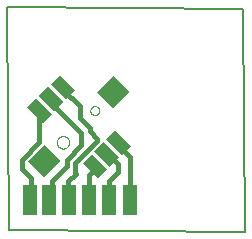
<source format=gtl>
G75*
%MOIN*%
%OFA0B0*%
%FSLAX25Y25*%
%IPPOS*%
%LPD*%
%AMOC8*
5,1,8,0,0,1.08239X$1,22.5*
%
%ADD10C,0.00800*%
%ADD11R,0.07283X0.04331*%
%ADD12R,0.07480X0.07874*%
%ADD13C,0.00000*%
%ADD14R,0.05000X0.10000*%
%ADD15C,0.01600*%
D10*
X0158833Y0059000D02*
X0158333Y0133378D01*
X0237089Y0132678D01*
X0237589Y0058300D01*
X0158833Y0059000D01*
D11*
G36*
X0188635Y0076241D02*
X0183487Y0081389D01*
X0186549Y0084451D01*
X0191697Y0079303D01*
X0188635Y0076241D01*
G37*
G36*
X0192533Y0080139D02*
X0187385Y0085287D01*
X0190447Y0088349D01*
X0195595Y0083201D01*
X0192533Y0080139D01*
G37*
G36*
X0196430Y0084036D02*
X0191282Y0089184D01*
X0194344Y0092246D01*
X0199492Y0087098D01*
X0196430Y0084036D01*
G37*
G36*
X0170122Y0094754D02*
X0164974Y0099902D01*
X0168036Y0102964D01*
X0173184Y0097816D01*
X0170122Y0094754D01*
G37*
G36*
X0174020Y0098651D02*
X0168872Y0103799D01*
X0171934Y0106861D01*
X0177082Y0101713D01*
X0174020Y0098651D01*
G37*
G36*
X0177917Y0102549D02*
X0172769Y0107697D01*
X0175831Y0110759D01*
X0180979Y0105611D01*
X0177917Y0102549D01*
G37*
D12*
G36*
X0193592Y0099569D02*
X0188303Y0104858D01*
X0193870Y0110425D01*
X0199159Y0105136D01*
X0193592Y0099569D01*
G37*
G36*
X0170597Y0076575D02*
X0165308Y0081864D01*
X0170875Y0087431D01*
X0176164Y0082142D01*
X0170597Y0076575D01*
G37*
D13*
X0174877Y0088211D02*
X0174879Y0088302D01*
X0174885Y0088392D01*
X0174895Y0088483D01*
X0174909Y0088572D01*
X0174927Y0088661D01*
X0174948Y0088750D01*
X0174974Y0088837D01*
X0175003Y0088923D01*
X0175037Y0089007D01*
X0175073Y0089090D01*
X0175114Y0089172D01*
X0175158Y0089251D01*
X0175205Y0089329D01*
X0175256Y0089404D01*
X0175310Y0089477D01*
X0175367Y0089547D01*
X0175427Y0089615D01*
X0175490Y0089681D01*
X0175556Y0089743D01*
X0175625Y0089802D01*
X0175696Y0089859D01*
X0175770Y0089912D01*
X0175846Y0089962D01*
X0175924Y0090009D01*
X0176004Y0090052D01*
X0176085Y0090091D01*
X0176169Y0090127D01*
X0176254Y0090159D01*
X0176340Y0090188D01*
X0176427Y0090212D01*
X0176516Y0090233D01*
X0176605Y0090250D01*
X0176695Y0090263D01*
X0176785Y0090272D01*
X0176876Y0090277D01*
X0176967Y0090278D01*
X0177057Y0090275D01*
X0177148Y0090268D01*
X0177238Y0090257D01*
X0177328Y0090242D01*
X0177417Y0090223D01*
X0177505Y0090201D01*
X0177591Y0090174D01*
X0177677Y0090144D01*
X0177761Y0090110D01*
X0177844Y0090072D01*
X0177925Y0090031D01*
X0178004Y0089986D01*
X0178081Y0089937D01*
X0178155Y0089886D01*
X0178228Y0089831D01*
X0178298Y0089773D01*
X0178365Y0089712D01*
X0178429Y0089648D01*
X0178491Y0089582D01*
X0178550Y0089512D01*
X0178605Y0089441D01*
X0178658Y0089366D01*
X0178707Y0089290D01*
X0178753Y0089212D01*
X0178795Y0089131D01*
X0178834Y0089049D01*
X0178869Y0088965D01*
X0178900Y0088880D01*
X0178927Y0088793D01*
X0178951Y0088706D01*
X0178971Y0088617D01*
X0178987Y0088528D01*
X0178999Y0088438D01*
X0179007Y0088347D01*
X0179011Y0088256D01*
X0179011Y0088166D01*
X0179007Y0088075D01*
X0178999Y0087984D01*
X0178987Y0087894D01*
X0178971Y0087805D01*
X0178951Y0087716D01*
X0178927Y0087629D01*
X0178900Y0087542D01*
X0178869Y0087457D01*
X0178834Y0087373D01*
X0178795Y0087291D01*
X0178753Y0087210D01*
X0178707Y0087132D01*
X0178658Y0087056D01*
X0178605Y0086981D01*
X0178550Y0086910D01*
X0178491Y0086840D01*
X0178429Y0086774D01*
X0178365Y0086710D01*
X0178298Y0086649D01*
X0178228Y0086591D01*
X0178155Y0086536D01*
X0178081Y0086485D01*
X0178004Y0086436D01*
X0177925Y0086391D01*
X0177844Y0086350D01*
X0177761Y0086312D01*
X0177677Y0086278D01*
X0177591Y0086248D01*
X0177505Y0086221D01*
X0177417Y0086199D01*
X0177328Y0086180D01*
X0177238Y0086165D01*
X0177148Y0086154D01*
X0177057Y0086147D01*
X0176967Y0086144D01*
X0176876Y0086145D01*
X0176785Y0086150D01*
X0176695Y0086159D01*
X0176605Y0086172D01*
X0176516Y0086189D01*
X0176427Y0086210D01*
X0176340Y0086234D01*
X0176254Y0086263D01*
X0176169Y0086295D01*
X0176085Y0086331D01*
X0176004Y0086370D01*
X0175924Y0086413D01*
X0175846Y0086460D01*
X0175770Y0086510D01*
X0175696Y0086563D01*
X0175625Y0086620D01*
X0175556Y0086679D01*
X0175490Y0086741D01*
X0175427Y0086807D01*
X0175367Y0086875D01*
X0175310Y0086945D01*
X0175256Y0087018D01*
X0175205Y0087093D01*
X0175158Y0087171D01*
X0175114Y0087250D01*
X0175073Y0087332D01*
X0175037Y0087415D01*
X0175003Y0087499D01*
X0174974Y0087585D01*
X0174948Y0087672D01*
X0174927Y0087761D01*
X0174909Y0087850D01*
X0174895Y0087939D01*
X0174885Y0088030D01*
X0174879Y0088120D01*
X0174877Y0088211D01*
X0186047Y0098789D02*
X0186049Y0098866D01*
X0186055Y0098942D01*
X0186065Y0099018D01*
X0186079Y0099093D01*
X0186096Y0099168D01*
X0186118Y0099241D01*
X0186143Y0099314D01*
X0186173Y0099385D01*
X0186205Y0099454D01*
X0186242Y0099521D01*
X0186281Y0099587D01*
X0186324Y0099650D01*
X0186371Y0099711D01*
X0186420Y0099770D01*
X0186473Y0099826D01*
X0186528Y0099879D01*
X0186586Y0099929D01*
X0186646Y0099976D01*
X0186709Y0100020D01*
X0186774Y0100061D01*
X0186841Y0100098D01*
X0186910Y0100132D01*
X0186980Y0100162D01*
X0187052Y0100188D01*
X0187126Y0100210D01*
X0187200Y0100229D01*
X0187275Y0100244D01*
X0187351Y0100255D01*
X0187427Y0100262D01*
X0187504Y0100265D01*
X0187580Y0100264D01*
X0187657Y0100259D01*
X0187733Y0100250D01*
X0187809Y0100237D01*
X0187883Y0100220D01*
X0187957Y0100200D01*
X0188030Y0100175D01*
X0188101Y0100147D01*
X0188171Y0100115D01*
X0188239Y0100080D01*
X0188305Y0100041D01*
X0188369Y0099999D01*
X0188430Y0099953D01*
X0188490Y0099904D01*
X0188546Y0099853D01*
X0188600Y0099798D01*
X0188651Y0099741D01*
X0188699Y0099681D01*
X0188744Y0099619D01*
X0188785Y0099554D01*
X0188823Y0099488D01*
X0188858Y0099420D01*
X0188888Y0099349D01*
X0188916Y0099278D01*
X0188939Y0099205D01*
X0188959Y0099131D01*
X0188975Y0099056D01*
X0188987Y0098980D01*
X0188995Y0098904D01*
X0188999Y0098827D01*
X0188999Y0098751D01*
X0188995Y0098674D01*
X0188987Y0098598D01*
X0188975Y0098522D01*
X0188959Y0098447D01*
X0188939Y0098373D01*
X0188916Y0098300D01*
X0188888Y0098229D01*
X0188858Y0098158D01*
X0188823Y0098090D01*
X0188785Y0098024D01*
X0188744Y0097959D01*
X0188699Y0097897D01*
X0188651Y0097837D01*
X0188600Y0097780D01*
X0188546Y0097725D01*
X0188490Y0097674D01*
X0188430Y0097625D01*
X0188369Y0097579D01*
X0188305Y0097537D01*
X0188239Y0097498D01*
X0188171Y0097463D01*
X0188101Y0097431D01*
X0188030Y0097403D01*
X0187957Y0097378D01*
X0187883Y0097358D01*
X0187809Y0097341D01*
X0187733Y0097328D01*
X0187657Y0097319D01*
X0187580Y0097314D01*
X0187504Y0097313D01*
X0187427Y0097316D01*
X0187351Y0097323D01*
X0187275Y0097334D01*
X0187200Y0097349D01*
X0187126Y0097368D01*
X0187052Y0097390D01*
X0186980Y0097416D01*
X0186910Y0097446D01*
X0186841Y0097480D01*
X0186774Y0097517D01*
X0186709Y0097558D01*
X0186646Y0097602D01*
X0186586Y0097649D01*
X0186528Y0097699D01*
X0186473Y0097752D01*
X0186420Y0097808D01*
X0186371Y0097867D01*
X0186324Y0097928D01*
X0186281Y0097991D01*
X0186242Y0098057D01*
X0186205Y0098124D01*
X0186173Y0098193D01*
X0186143Y0098264D01*
X0186118Y0098337D01*
X0186096Y0098410D01*
X0186079Y0098485D01*
X0186065Y0098560D01*
X0186055Y0098636D01*
X0186049Y0098712D01*
X0186047Y0098789D01*
D14*
X0185473Y0069130D03*
X0192233Y0069130D03*
X0199103Y0069130D03*
X0178818Y0069100D03*
X0172266Y0069030D03*
X0165914Y0069130D03*
D15*
X0166233Y0069449D01*
X0166233Y0076500D01*
X0163233Y0079500D01*
X0163233Y0082500D01*
X0169079Y0088346D01*
X0169079Y0098859D01*
X0172977Y0101256D02*
X0183033Y0091200D01*
X0183033Y0087200D01*
X0178233Y0082400D01*
X0178233Y0080200D01*
X0173333Y0075300D01*
X0173333Y0070097D01*
X0172266Y0069030D01*
X0178733Y0069185D02*
X0178818Y0069100D01*
X0178733Y0069185D02*
X0178733Y0075200D01*
X0181133Y0077600D01*
X0180833Y0077900D01*
X0180833Y0081200D01*
X0188292Y0088659D01*
X0188292Y0089159D01*
X0188292Y0089496D01*
X0185833Y0091955D01*
X0185833Y0093100D01*
X0182433Y0096500D01*
X0182433Y0100200D01*
X0176874Y0105759D01*
X0176874Y0106654D01*
X0172977Y0102756D02*
X0172977Y0101256D01*
X0195387Y0088141D02*
X0195387Y0087346D01*
X0199233Y0083500D01*
X0199233Y0069260D01*
X0199103Y0069130D01*
X0192233Y0069130D02*
X0192233Y0075500D01*
X0195233Y0078500D01*
X0195233Y0081000D01*
X0191990Y0084244D01*
X0191490Y0084244D01*
X0187592Y0080346D02*
X0187592Y0079359D01*
X0185733Y0077500D01*
X0185733Y0069390D01*
X0185473Y0069130D01*
X0187233Y0079987D02*
X0187592Y0080346D01*
M02*

</source>
